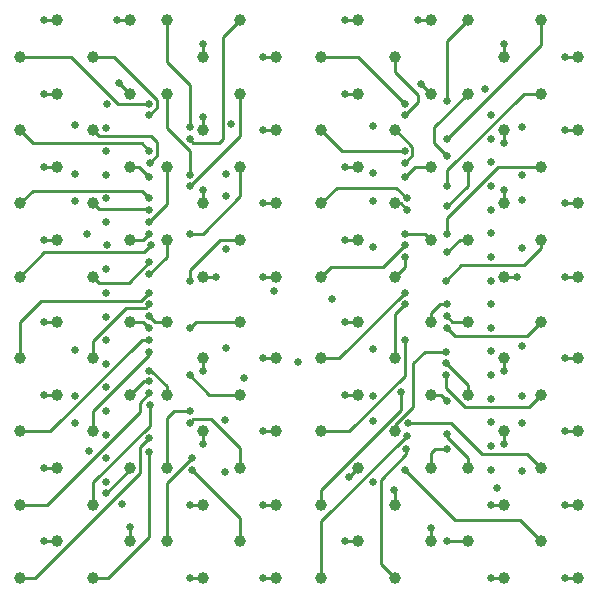
<source format=gbr>
%TF.GenerationSoftware,KiCad,Pcbnew,(5.1.9-0-10_14)*%
%TF.CreationDate,2021-05-19T13:45:08-04:00*%
%TF.ProjectId,SiPM_Board_RevC,5369504d-5f42-46f6-9172-645f52657643,rev?*%
%TF.SameCoordinates,Original*%
%TF.FileFunction,Copper,L1,Top*%
%TF.FilePolarity,Positive*%
%FSLAX46Y46*%
G04 Gerber Fmt 4.6, Leading zero omitted, Abs format (unit mm)*
G04 Created by KiCad (PCBNEW (5.1.9-0-10_14)) date 2021-05-19 13:45:08*
%MOMM*%
%LPD*%
G01*
G04 APERTURE LIST*
%TA.AperFunction,SMDPad,CuDef*%
%ADD10C,1.000000*%
%TD*%
%TA.AperFunction,ViaPad*%
%ADD11C,0.635000*%
%TD*%
%TA.AperFunction,Conductor*%
%ADD12C,0.294640*%
%TD*%
G04 APERTURE END LIST*
D10*
%TO.P,U4,A4*%
%TO.N,Net-(J2-Pad59)*%
X151950000Y-85750000D03*
%TO.P,U4,A2*%
%TO.N,Net-(J2-Pad67)*%
X151950000Y-79550000D03*
%TO.P,U4,B3*%
%TO.N,/BIAS3*%
X155050000Y-82650000D03*
%TO.P,U4,B1*%
X155050000Y-76450000D03*
%TO.P,U4,C4*%
%TO.N,Net-(J2-Pad57)*%
X158150000Y-85750000D03*
%TO.P,U4,D3*%
%TO.N,/BIAS3*%
X161250000Y-82650000D03*
%TO.P,U4,C2*%
%TO.N,Net-(J2-Pad65)*%
X158150000Y-79550000D03*
%TO.P,U4,D1*%
%TO.N,/BIAS3*%
X161250000Y-76450000D03*
%TO.P,U4,H2*%
X173650000Y-79550000D03*
%TO.P,U4,G1*%
%TO.N,Net-(J2-Pad61)*%
X170550000Y-76450000D03*
%TO.P,U4,F2*%
%TO.N,/BIAS3*%
X167450000Y-79550000D03*
%TO.P,U4,E1*%
%TO.N,Net-(J2-Pad63)*%
X164350000Y-76450000D03*
%TO.P,U4,H4*%
%TO.N,/BIAS3*%
X173650000Y-85750000D03*
%TO.P,U4,G3*%
%TO.N,Net-(J2-Pad53)*%
X170550000Y-82650000D03*
%TO.P,U4,F4*%
%TO.N,/BIAS3*%
X167450000Y-85750000D03*
%TO.P,U4,E3*%
%TO.N,Net-(J2-Pad55)*%
X164350000Y-82650000D03*
%TO.P,U4,F8*%
%TO.N,/BIAS3*%
X167450000Y-98150000D03*
%TO.P,U4,H8*%
X173650000Y-98150000D03*
%TO.P,U4,G7*%
%TO.N,Net-(J2-Pad37)*%
X170550000Y-95050000D03*
%TO.P,U4,E7*%
%TO.N,Net-(J2-Pad39)*%
X164350000Y-95050000D03*
%TO.P,U4,H6*%
%TO.N,/BIAS3*%
X173650000Y-91950000D03*
%TO.P,U4,G5*%
%TO.N,Net-(J2-Pad45)*%
X170550000Y-88850000D03*
%TO.P,U4,F6*%
%TO.N,/BIAS3*%
X167450000Y-91950000D03*
%TO.P,U4,E5*%
%TO.N,Net-(J2-Pad47)*%
X164350000Y-88850000D03*
%TO.P,U4,A8*%
%TO.N,Net-(J2-Pad43)*%
X151950000Y-98150000D03*
%TO.P,U4,A6*%
%TO.N,Net-(J2-Pad51)*%
X151950000Y-91950000D03*
%TO.P,U4,B5*%
%TO.N,/BIAS3*%
X155050000Y-88850000D03*
%TO.P,U4,C8*%
%TO.N,Net-(J2-Pad41)*%
X158150000Y-98150000D03*
%TO.P,U4,B7*%
%TO.N,/BIAS3*%
X155050000Y-95050000D03*
%TO.P,U4,D7*%
X161250000Y-95050000D03*
%TO.P,U4,C6*%
%TO.N,Net-(J2-Pad49)*%
X158150000Y-91950000D03*
%TO.P,U4,D5*%
%TO.N,/BIAS3*%
X161250000Y-88850000D03*
%TD*%
%TO.P,U5,D5*%
%TO.N,/BIAS4*%
X161250000Y-114350000D03*
%TO.P,U5,C6*%
%TO.N,Net-(J2-Pad17)*%
X158150000Y-117450000D03*
%TO.P,U5,D7*%
%TO.N,/BIAS4*%
X161250000Y-120550000D03*
%TO.P,U5,B7*%
X155050000Y-120550000D03*
%TO.P,U5,C8*%
%TO.N,Net-(J2-Pad9)*%
X158150000Y-123650000D03*
%TO.P,U5,B5*%
%TO.N,/BIAS4*%
X155050000Y-114350000D03*
%TO.P,U5,A6*%
%TO.N,Net-(J2-Pad19)*%
X151950000Y-117450000D03*
%TO.P,U5,A8*%
%TO.N,Net-(J2-Pad11)*%
X151950000Y-123650000D03*
%TO.P,U5,E5*%
%TO.N,Net-(J2-Pad15)*%
X164350000Y-114350000D03*
%TO.P,U5,F6*%
%TO.N,/BIAS4*%
X167450000Y-117450000D03*
%TO.P,U5,G5*%
%TO.N,Net-(J2-Pad13)*%
X170550000Y-114350000D03*
%TO.P,U5,H6*%
%TO.N,/BIAS4*%
X173650000Y-117450000D03*
%TO.P,U5,E7*%
%TO.N,Net-(J2-Pad7)*%
X164350000Y-120550000D03*
%TO.P,U5,G7*%
%TO.N,Net-(J2-Pad5)*%
X170550000Y-120550000D03*
%TO.P,U5,H8*%
%TO.N,/BIAS4*%
X173650000Y-123650000D03*
%TO.P,U5,F8*%
X167450000Y-123650000D03*
%TO.P,U5,E3*%
%TO.N,Net-(J2-Pad23)*%
X164350000Y-108150000D03*
%TO.P,U5,F4*%
%TO.N,/BIAS4*%
X167450000Y-111250000D03*
%TO.P,U5,G3*%
%TO.N,Net-(J2-Pad21)*%
X170550000Y-108150000D03*
%TO.P,U5,H4*%
%TO.N,/BIAS4*%
X173650000Y-111250000D03*
%TO.P,U5,E1*%
%TO.N,Net-(J2-Pad31)*%
X164350000Y-101950000D03*
%TO.P,U5,F2*%
%TO.N,/BIAS4*%
X167450000Y-105050000D03*
%TO.P,U5,G1*%
%TO.N,Net-(J2-Pad29)*%
X170550000Y-101950000D03*
%TO.P,U5,H2*%
%TO.N,/BIAS4*%
X173650000Y-105050000D03*
%TO.P,U5,D1*%
X161250000Y-101950000D03*
%TO.P,U5,C2*%
%TO.N,Net-(J2-Pad33)*%
X158150000Y-105050000D03*
%TO.P,U5,D3*%
%TO.N,/BIAS4*%
X161250000Y-108150000D03*
%TO.P,U5,C4*%
%TO.N,Net-(J2-Pad25)*%
X158150000Y-111250000D03*
%TO.P,U5,B1*%
%TO.N,/BIAS4*%
X155050000Y-101950000D03*
%TO.P,U5,B3*%
X155050000Y-108150000D03*
%TO.P,U5,A2*%
%TO.N,Net-(J2-Pad35)*%
X151950000Y-105050000D03*
%TO.P,U5,A4*%
%TO.N,Net-(J2-Pad27)*%
X151950000Y-111250000D03*
%TD*%
%TO.P,U2,A4*%
%TO.N,Net-(J1-Pad9)*%
X126450000Y-85750000D03*
%TO.P,U2,A2*%
%TO.N,Net-(J1-Pad1)*%
X126450000Y-79550000D03*
%TO.P,U2,B3*%
%TO.N,/BIAS1*%
X129550000Y-82650000D03*
%TO.P,U2,B1*%
X129550000Y-76450000D03*
%TO.P,U2,C4*%
%TO.N,Net-(J1-Pad11)*%
X132650000Y-85750000D03*
%TO.P,U2,D3*%
%TO.N,/BIAS1*%
X135750000Y-82650000D03*
%TO.P,U2,C2*%
%TO.N,Net-(J1-Pad3)*%
X132650000Y-79550000D03*
%TO.P,U2,D1*%
%TO.N,/BIAS1*%
X135750000Y-76450000D03*
%TO.P,U2,H2*%
X148150000Y-79550000D03*
%TO.P,U2,G1*%
%TO.N,Net-(J1-Pad7)*%
X145050000Y-76450000D03*
%TO.P,U2,F2*%
%TO.N,/BIAS1*%
X141950000Y-79550000D03*
%TO.P,U2,E1*%
%TO.N,Net-(J1-Pad5)*%
X138850000Y-76450000D03*
%TO.P,U2,H4*%
%TO.N,/BIAS1*%
X148150000Y-85750000D03*
%TO.P,U2,G3*%
%TO.N,Net-(J1-Pad15)*%
X145050000Y-82650000D03*
%TO.P,U2,F4*%
%TO.N,/BIAS1*%
X141950000Y-85750000D03*
%TO.P,U2,E3*%
%TO.N,Net-(J1-Pad13)*%
X138850000Y-82650000D03*
%TO.P,U2,F8*%
%TO.N,/BIAS1*%
X141950000Y-98150000D03*
%TO.P,U2,H8*%
X148150000Y-98150000D03*
%TO.P,U2,G7*%
%TO.N,Net-(J1-Pad31)*%
X145050000Y-95050000D03*
%TO.P,U2,E7*%
%TO.N,Net-(J1-Pad29)*%
X138850000Y-95050000D03*
%TO.P,U2,H6*%
%TO.N,/BIAS1*%
X148150000Y-91950000D03*
%TO.P,U2,G5*%
%TO.N,Net-(J1-Pad23)*%
X145050000Y-88850000D03*
%TO.P,U2,F6*%
%TO.N,/BIAS1*%
X141950000Y-91950000D03*
%TO.P,U2,E5*%
%TO.N,Net-(J1-Pad21)*%
X138850000Y-88850000D03*
%TO.P,U2,A8*%
%TO.N,Net-(J1-Pad25)*%
X126450000Y-98150000D03*
%TO.P,U2,A6*%
%TO.N,Net-(J1-Pad17)*%
X126450000Y-91950000D03*
%TO.P,U2,B5*%
%TO.N,/BIAS1*%
X129550000Y-88850000D03*
%TO.P,U2,C8*%
%TO.N,Net-(J1-Pad27)*%
X132650000Y-98150000D03*
%TO.P,U2,B7*%
%TO.N,/BIAS1*%
X129550000Y-95050000D03*
%TO.P,U2,D7*%
X135750000Y-95050000D03*
%TO.P,U2,C6*%
%TO.N,Net-(J1-Pad19)*%
X132650000Y-91950000D03*
%TO.P,U2,D5*%
%TO.N,/BIAS1*%
X135750000Y-88850000D03*
%TD*%
%TO.P,U3,D5*%
%TO.N,/BIAS2*%
X135750000Y-114350000D03*
%TO.P,U3,C6*%
%TO.N,Net-(J1-Pad51)*%
X132650000Y-117450000D03*
%TO.P,U3,D7*%
%TO.N,/BIAS2*%
X135750000Y-120550000D03*
%TO.P,U3,B7*%
X129550000Y-120550000D03*
%TO.P,U3,C8*%
%TO.N,Net-(J1-Pad59)*%
X132650000Y-123650000D03*
%TO.P,U3,B5*%
%TO.N,/BIAS2*%
X129550000Y-114350000D03*
%TO.P,U3,A6*%
%TO.N,Net-(J1-Pad49)*%
X126450000Y-117450000D03*
%TO.P,U3,A8*%
%TO.N,Net-(J1-Pad57)*%
X126450000Y-123650000D03*
%TO.P,U3,E5*%
%TO.N,Net-(J1-Pad53)*%
X138850000Y-114350000D03*
%TO.P,U3,F6*%
%TO.N,/BIAS2*%
X141950000Y-117450000D03*
%TO.P,U3,G5*%
%TO.N,Net-(J1-Pad55)*%
X145050000Y-114350000D03*
%TO.P,U3,H6*%
%TO.N,/BIAS2*%
X148150000Y-117450000D03*
%TO.P,U3,E7*%
%TO.N,Net-(J1-Pad61)*%
X138850000Y-120550000D03*
%TO.P,U3,G7*%
%TO.N,Net-(J1-Pad63)*%
X145050000Y-120550000D03*
%TO.P,U3,H8*%
%TO.N,/BIAS2*%
X148150000Y-123650000D03*
%TO.P,U3,F8*%
X141950000Y-123650000D03*
%TO.P,U3,E3*%
%TO.N,Net-(J1-Pad45)*%
X138850000Y-108150000D03*
%TO.P,U3,F4*%
%TO.N,/BIAS2*%
X141950000Y-111250000D03*
%TO.P,U3,G3*%
%TO.N,Net-(J1-Pad47)*%
X145050000Y-108150000D03*
%TO.P,U3,H4*%
%TO.N,/BIAS2*%
X148150000Y-111250000D03*
%TO.P,U3,E1*%
%TO.N,Net-(J1-Pad37)*%
X138850000Y-101950000D03*
%TO.P,U3,F2*%
%TO.N,/BIAS2*%
X141950000Y-105050000D03*
%TO.P,U3,G1*%
%TO.N,Net-(J1-Pad39)*%
X145050000Y-101950000D03*
%TO.P,U3,H2*%
%TO.N,/BIAS2*%
X148150000Y-105050000D03*
%TO.P,U3,D1*%
X135750000Y-101950000D03*
%TO.P,U3,C2*%
%TO.N,Net-(J1-Pad35)*%
X132650000Y-105050000D03*
%TO.P,U3,D3*%
%TO.N,/BIAS2*%
X135750000Y-108150000D03*
%TO.P,U3,C4*%
%TO.N,Net-(J1-Pad43)*%
X132650000Y-111250000D03*
%TO.P,U3,B1*%
%TO.N,/BIAS2*%
X129550000Y-101950000D03*
%TO.P,U3,B3*%
X129550000Y-108150000D03*
%TO.P,U3,A2*%
%TO.N,Net-(J1-Pad33)*%
X126450000Y-105050000D03*
%TO.P,U3,A4*%
%TO.N,Net-(J1-Pad41)*%
X126450000Y-111250000D03*
%TD*%
D11*
%TO.N,GND*%
X133707308Y-111522692D03*
X133707308Y-103522692D03*
X133707308Y-101522692D03*
X133707308Y-87522692D03*
X133707308Y-115522692D03*
X133707308Y-113522692D03*
X133707308Y-107522692D03*
X133707308Y-105522692D03*
X133707308Y-109522692D03*
X133827308Y-95432692D03*
X133707308Y-85522692D03*
X133707308Y-93522692D03*
X133707308Y-91522692D03*
X133707308Y-89522692D03*
X133707308Y-99522692D03*
X133707308Y-97522692D03*
X152860000Y-100000000D03*
X150000000Y-105400000D03*
X147935320Y-99344680D03*
X131060000Y-89460000D03*
X132152500Y-94552500D03*
X143870000Y-89430000D03*
X143870000Y-95770000D03*
X132300000Y-112900000D03*
X131060000Y-108240000D03*
X145400000Y-106700000D03*
X143820000Y-114680000D03*
X156347500Y-95652500D03*
X156310000Y-89390000D03*
X168940000Y-95740000D03*
X156310000Y-108290000D03*
X168940000Y-114640000D03*
X166292692Y-84477308D03*
X166292692Y-86477308D03*
X166292692Y-88477308D03*
X166292692Y-90477308D03*
X166292692Y-92477308D03*
X166292692Y-94477308D03*
X166292692Y-96477308D03*
X166292692Y-98477308D03*
X168940000Y-89560000D03*
X166292692Y-100477308D03*
X166292692Y-102477308D03*
X166292692Y-104477308D03*
X166292692Y-106477308D03*
X166292692Y-108477308D03*
X166292692Y-110477308D03*
X166292692Y-112477308D03*
X166292692Y-114477308D03*
X156310000Y-115500000D03*
X168940000Y-108260000D03*
%TO.N,/BIAS1*%
X133762700Y-83502700D03*
X128450000Y-76450000D03*
X128450000Y-82650000D03*
X128450000Y-88850000D03*
X128450000Y-95050000D03*
X134650000Y-76450000D03*
X134850000Y-81750000D03*
X137400000Y-89700000D03*
X137400000Y-94500000D03*
X141950000Y-78450000D03*
X141950000Y-84650000D03*
X141950000Y-90850000D03*
X143050000Y-98150000D03*
X147050000Y-79550000D03*
X147050000Y-85750000D03*
X147050000Y-91950000D03*
X147050000Y-98150000D03*
X131060000Y-85340000D03*
X131060000Y-91760000D03*
X144300000Y-85200000D03*
X143870000Y-91300000D03*
%TO.N,/BIAS2*%
X133757366Y-116502634D03*
X128450000Y-101950000D03*
X128450000Y-108150000D03*
X128450000Y-120550000D03*
X128450000Y-114350000D03*
X137400000Y-102500000D03*
X137400000Y-107000000D03*
X135750000Y-119350000D03*
X135100000Y-117400000D03*
X141950000Y-106150000D03*
X141950000Y-112350000D03*
X140850000Y-117450000D03*
X140850000Y-123650000D03*
X147050000Y-123650000D03*
X147050000Y-117450000D03*
X147050000Y-111250000D03*
X147050000Y-105050000D03*
X131060000Y-110540000D03*
X131060000Y-104360000D03*
X143870000Y-104230000D03*
X143820000Y-110320000D03*
%TO.N,Net-(J1-Pad63)*%
X141000000Y-114500000D03*
%TO.N,Net-(J1-Pad61)*%
X141000000Y-113500000D03*
%TO.N,Net-(J1-Pad59)*%
X137400000Y-113000000D03*
%TO.N,Net-(J1-Pad57)*%
X137400000Y-111800000D03*
%TO.N,Net-(J1-Pad55)*%
X140800000Y-110500000D03*
%TO.N,Net-(J1-Pad53)*%
X140800000Y-109500000D03*
%TO.N,Net-(J1-Pad51)*%
X137402650Y-109002650D03*
%TO.N,Net-(J1-Pad49)*%
X137400000Y-108000000D03*
%TO.N,Net-(J1-Pad47)*%
X140800000Y-106500000D03*
%TO.N,Net-(J1-Pad45)*%
X137400000Y-106100000D03*
%TO.N,Net-(J1-Pad43)*%
X137400000Y-104500000D03*
%TO.N,Net-(J1-Pad41)*%
X137400000Y-103500000D03*
%TO.N,Net-(J1-Pad39)*%
X140800000Y-102500000D03*
%TO.N,Net-(J1-Pad37)*%
X137400000Y-101500000D03*
%TO.N,Net-(J1-Pad35)*%
X137400000Y-100500000D03*
%TO.N,Net-(J1-Pad33)*%
X137400000Y-99500000D03*
%TO.N,Net-(J1-Pad31)*%
X140800000Y-98500000D03*
%TO.N,Net-(J1-Pad29)*%
X137400000Y-97900000D03*
%TO.N,Net-(J1-Pad27)*%
X137400000Y-96900000D03*
%TO.N,Net-(J1-Pad25)*%
X137497324Y-95502676D03*
%TO.N,Net-(J1-Pad23)*%
X140800000Y-94500000D03*
%TO.N,Net-(J1-Pad21)*%
X137400000Y-93500000D03*
%TO.N,Net-(J1-Pad19)*%
X137400000Y-92500000D03*
%TO.N,Net-(J1-Pad17)*%
X137400000Y-91500000D03*
%TO.N,Net-(J1-Pad15)*%
X140800000Y-90500000D03*
%TO.N,Net-(J1-Pad13)*%
X140800000Y-89500000D03*
%TO.N,Net-(J1-Pad11)*%
X137402690Y-88502690D03*
%TO.N,Net-(J1-Pad9)*%
X137400000Y-87500000D03*
%TO.N,Net-(J1-Pad7)*%
X140800000Y-86500000D03*
%TO.N,Net-(J1-Pad5)*%
X140800000Y-85500000D03*
%TO.N,Net-(J1-Pad3)*%
X137400000Y-84500000D03*
%TO.N,Net-(J1-Pad1)*%
X137400000Y-83500000D03*
%TO.N,Net-(J2-Pad65)*%
X159000000Y-84500000D03*
%TO.N,Net-(J2-Pad63)*%
X162600000Y-83300000D03*
%TO.N,Net-(J2-Pad61)*%
X162600000Y-86483936D03*
%TO.N,Net-(J2-Pad59)*%
X159000000Y-87500000D03*
%TO.N,Net-(J2-Pad57)*%
X159000000Y-88500000D03*
%TO.N,Net-(J2-Pad55)*%
X162600000Y-87900000D03*
%TO.N,Net-(J2-Pad53)*%
X162600000Y-90500000D03*
%TO.N,Net-(J2-Pad51)*%
X159202650Y-91497350D03*
%TO.N,Net-(J2-Pad49)*%
X159202652Y-92497348D03*
%TO.N,Net-(J2-Pad47)*%
X162600000Y-92200000D03*
%TO.N,Net-(J2-Pad45)*%
X162600000Y-94500000D03*
%TO.N,Net-(J2-Pad43)*%
X159000000Y-95500000D03*
%TO.N,Net-(J2-Pad41)*%
X159002660Y-96497340D03*
%TO.N,Net-(J2-Pad39)*%
X162600000Y-96100000D03*
%TO.N,Net-(J2-Pad37)*%
X162497336Y-98497336D03*
%TO.N,Net-(J2-Pad35)*%
X159002666Y-99497334D03*
%TO.N,Net-(J2-Pad33)*%
X159002668Y-100497332D03*
%TO.N,Net-(J2-Pad31)*%
X162600000Y-101500000D03*
%TO.N,Net-(J2-Pad29)*%
X162600000Y-102500000D03*
%TO.N,Net-(J2-Pad27)*%
X159002674Y-103497326D03*
%TO.N,Net-(J2-Pad25)*%
X162500000Y-104500000D03*
%TO.N,Net-(J2-Pad23)*%
X162500000Y-105500000D03*
%TO.N,Net-(J2-Pad21)*%
X162497320Y-106497320D03*
%TO.N,Net-(J2-Pad19)*%
X158700000Y-107900000D03*
%TO.N,Net-(J2-Pad17)*%
X158100000Y-116200000D03*
%TO.N,Net-(J2-Pad15)*%
X162600000Y-111500000D03*
%TO.N,Net-(J2-Pad13)*%
X159302688Y-110497312D03*
%TO.N,Net-(J2-Pad11)*%
X159200000Y-111600000D03*
%TO.N,Net-(J2-Pad9)*%
X159100000Y-112700000D03*
%TO.N,Net-(J2-Pad7)*%
X162600000Y-120500000D03*
%TO.N,Net-(J2-Pad5)*%
X159000000Y-114500000D03*
%TO.N,/BIAS3*%
X153950000Y-76450000D03*
X153950000Y-82650000D03*
X153950000Y-88850000D03*
X160150000Y-76450000D03*
X160400000Y-81800000D03*
X167450000Y-78450000D03*
X168550000Y-98150000D03*
X172550000Y-79550000D03*
X172550000Y-85750000D03*
X172550000Y-91950000D03*
X172550000Y-98150000D03*
X156310000Y-91710000D03*
X156310000Y-85410000D03*
X168940000Y-91660000D03*
X153950000Y-95050000D03*
X167450000Y-90850000D03*
X167450000Y-86850000D03*
X159000000Y-89700000D03*
X159000000Y-94500000D03*
X168940000Y-85460000D03*
X165800000Y-82300000D03*
%TO.N,/BIAS4*%
X153950000Y-101950000D03*
X153950000Y-108150000D03*
X153950000Y-120550000D03*
X161250000Y-119450000D03*
X167450000Y-106150000D03*
X167450000Y-112350000D03*
X166350000Y-117450000D03*
X166350000Y-123650000D03*
X172550000Y-123650000D03*
X172550000Y-117450000D03*
X172550000Y-111250000D03*
X172550000Y-105050000D03*
X156310000Y-104310000D03*
X168940000Y-110540000D03*
X168940000Y-104060000D03*
X154300000Y-115100000D03*
X162600000Y-100500000D03*
X162600000Y-108700000D03*
X162600000Y-112700000D03*
X166800000Y-116000000D03*
X156310000Y-110410000D03*
%TO.N,Net-(J2-Pad67)*%
X159000000Y-83500000D03*
%TD*%
D12*
%TO.N,/BIAS1*%
X129550000Y-76450000D02*
X128450000Y-76450000D01*
X128450000Y-76450000D02*
X128450000Y-76450000D01*
X128450000Y-82650000D02*
X128450000Y-82650000D01*
X129550000Y-82650000D02*
X128450000Y-82650000D01*
X129550000Y-88850000D02*
X128450000Y-88850000D01*
X128450000Y-88850000D02*
X128450000Y-88850000D01*
X128450000Y-95050000D02*
X128450000Y-95050000D01*
X129550000Y-95050000D02*
X128450000Y-95050000D01*
X135750000Y-76450000D02*
X134650000Y-76450000D01*
X134650000Y-76450000D02*
X134650000Y-76450000D01*
X135750000Y-82650000D02*
X134850000Y-81750000D01*
X135750000Y-88850000D02*
X136550000Y-88850000D01*
X136550000Y-88850000D02*
X137400000Y-89700000D01*
X137400000Y-89700000D02*
X137400000Y-89700000D01*
X135750000Y-95050000D02*
X136850000Y-95050000D01*
X136850000Y-95050000D02*
X137400000Y-94500000D01*
X137400000Y-94500000D02*
X137400000Y-94500000D01*
X141950000Y-79550000D02*
X141950000Y-78450000D01*
X141950000Y-78450000D02*
X141950000Y-78450000D01*
X141950000Y-85750000D02*
X141950000Y-84650000D01*
X141950000Y-84650000D02*
X141950000Y-84650000D01*
X141950000Y-90850000D02*
X141950000Y-90850000D01*
X141950000Y-91950000D02*
X141950000Y-90850000D01*
X141950000Y-98150000D02*
X143050000Y-98150000D01*
X143050000Y-98150000D02*
X143050000Y-98150000D01*
X148150000Y-79550000D02*
X147050000Y-79550000D01*
X147050000Y-79550000D02*
X147050000Y-79550000D01*
X148150000Y-85750000D02*
X147050000Y-85750000D01*
X147050000Y-85750000D02*
X147050000Y-85750000D01*
X147050000Y-91950000D02*
X147050000Y-91950000D01*
X148150000Y-91950000D02*
X147050000Y-91950000D01*
X147050000Y-98150000D02*
X147050000Y-98150000D01*
X148150000Y-98150000D02*
X147050000Y-98150000D01*
%TO.N,/BIAS2*%
X129550000Y-101950000D02*
X128450000Y-101950000D01*
X128450000Y-101950000D02*
X128450000Y-101950000D01*
X129550000Y-108150000D02*
X128450000Y-108150000D01*
X128450000Y-108150000D02*
X128450000Y-108150000D01*
X128450000Y-114350000D02*
X128450000Y-114350000D01*
X128450000Y-120550000D02*
X128450000Y-120550000D01*
X129550000Y-120550000D02*
X128450000Y-120550000D01*
X129550000Y-114350000D02*
X128450000Y-114350000D01*
X135750000Y-101950000D02*
X136850000Y-101950000D01*
X136850000Y-101950000D02*
X137400000Y-102500000D01*
X137400000Y-102500000D02*
X137400000Y-102500000D01*
X135750000Y-108150000D02*
X136900000Y-107000000D01*
X136900000Y-107000000D02*
X137400000Y-107000000D01*
X137400000Y-107000000D02*
X137400000Y-107000000D01*
X135750000Y-114510000D02*
X133757366Y-116502634D01*
X135750000Y-114350000D02*
X135750000Y-114510000D01*
X135750000Y-120550000D02*
X135750000Y-119350000D01*
X135750000Y-119350000D02*
X135750000Y-119350000D01*
X141950000Y-105050000D02*
X141950000Y-106150000D01*
X141950000Y-106150000D02*
X141950000Y-106150000D01*
X141950000Y-111250000D02*
X141950000Y-112350000D01*
X141950000Y-112350000D02*
X141950000Y-112350000D01*
X141950000Y-117450000D02*
X140850000Y-117450000D01*
X140850000Y-117450000D02*
X140850000Y-117450000D01*
X140850000Y-123650000D02*
X140850000Y-123650000D01*
X141950000Y-123650000D02*
X140850000Y-123650000D01*
X148150000Y-123650000D02*
X147050000Y-123650000D01*
X147050000Y-123650000D02*
X147050000Y-123650000D01*
X148150000Y-117450000D02*
X147050000Y-117450000D01*
X147050000Y-117450000D02*
X147050000Y-117450000D01*
X147050000Y-111250000D02*
X147050000Y-111250000D01*
X148150000Y-111250000D02*
X147050000Y-111250000D01*
X147050000Y-105050000D02*
X147050000Y-105050000D01*
X148150000Y-105050000D02*
X147050000Y-105050000D01*
%TO.N,Net-(J1-Pad63)*%
X145050000Y-118550000D02*
X141000000Y-114500000D01*
X145050000Y-120550000D02*
X145050000Y-118550000D01*
%TO.N,Net-(J1-Pad61)*%
X138850000Y-115650000D02*
X141000000Y-113500000D01*
X138850000Y-120550000D02*
X138850000Y-115650000D01*
%TO.N,Net-(J1-Pad59)*%
X133904036Y-123650000D02*
X137400000Y-120154036D01*
X132650000Y-123650000D02*
X133904036Y-123650000D01*
X137400000Y-120154036D02*
X137400000Y-113000000D01*
X137400000Y-113000000D02*
X137400000Y-113000000D01*
%TO.N,Net-(J1-Pad57)*%
X127704036Y-123650000D02*
X136600000Y-114754036D01*
X126450000Y-123650000D02*
X127704036Y-123650000D01*
X136600000Y-112600000D02*
X137400000Y-111800000D01*
X136600000Y-114754036D02*
X136600000Y-112600000D01*
%TO.N,Net-(J1-Pad55)*%
X145050000Y-114350000D02*
X145050000Y-112650000D01*
X141117499Y-110182501D02*
X140800000Y-110500000D01*
X142582501Y-110182501D02*
X141117499Y-110182501D01*
X145050000Y-112650000D02*
X142582501Y-110182501D01*
%TO.N,Net-(J1-Pad53)*%
X138850000Y-114350000D02*
X138850000Y-110150000D01*
X138850000Y-110150000D02*
X139500000Y-109500000D01*
X139500000Y-109500000D02*
X140800000Y-109500000D01*
X140800000Y-109500000D02*
X140800000Y-109500000D01*
%TO.N,Net-(J1-Pad51)*%
X132650000Y-115563936D02*
X132650000Y-117450000D01*
X137402650Y-109002650D02*
X137402650Y-110811286D01*
X137402650Y-110811286D02*
X132650000Y-115563936D01*
%TO.N,Net-(J1-Pad49)*%
X128763936Y-117450000D02*
X126450000Y-117450000D01*
X136600000Y-109613936D02*
X128763936Y-117450000D01*
X136600000Y-108821364D02*
X137400000Y-108021364D01*
X136600000Y-109000000D02*
X136600000Y-108821364D01*
X137400000Y-108021364D02*
X137400000Y-108000000D01*
X136600000Y-109000000D02*
X136600000Y-109613936D01*
%TO.N,Net-(J1-Pad47)*%
X145050000Y-108150000D02*
X142450000Y-108150000D01*
X142450000Y-108150000D02*
X140800000Y-106500000D01*
X140800000Y-106500000D02*
X140800000Y-106500000D01*
%TO.N,Net-(J1-Pad45)*%
X137507106Y-106100000D02*
X137400000Y-106100000D01*
X138850000Y-107442894D02*
X137507106Y-106100000D01*
X138850000Y-108150000D02*
X138850000Y-107442894D01*
%TO.N,Net-(J1-Pad43)*%
X132650000Y-109563936D02*
X137400000Y-104813936D01*
X132650000Y-111250000D02*
X132650000Y-109563936D01*
X137400000Y-104813936D02*
X137400000Y-104500000D01*
X137400000Y-104500000D02*
X137400000Y-104500000D01*
%TO.N,Net-(J1-Pad41)*%
X128996064Y-111250000D02*
X136746064Y-103500000D01*
X126450000Y-111250000D02*
X128996064Y-111250000D01*
X136746064Y-103500000D02*
X137400000Y-103500000D01*
X137400000Y-103500000D02*
X137400000Y-103500000D01*
%TO.N,Net-(J1-Pad39)*%
X141350000Y-101950000D02*
X140800000Y-102500000D01*
X145050000Y-101950000D02*
X141350000Y-101950000D01*
%TO.N,Net-(J1-Pad37)*%
X137850000Y-101950000D02*
X137400000Y-101500000D01*
X138850000Y-101950000D02*
X137850000Y-101950000D01*
%TO.N,Net-(J1-Pad35)*%
X135428565Y-100817499D02*
X137082501Y-100817499D01*
X132650000Y-103596064D02*
X135428565Y-100817499D01*
X137082501Y-100817499D02*
X137400000Y-100500000D01*
X132650000Y-105050000D02*
X132650000Y-103596064D01*
%TO.N,Net-(J1-Pad33)*%
X126450000Y-105050000D02*
X126450000Y-101950000D01*
X128212487Y-100187513D02*
X136712487Y-100187513D01*
X136712487Y-100187513D02*
X137400000Y-99500000D01*
X126450000Y-101950000D02*
X128212487Y-100187513D01*
%TO.N,Net-(J1-Pad31)*%
X145050000Y-95050000D02*
X143350000Y-95050000D01*
X143350000Y-95050000D02*
X140800000Y-97600000D01*
X140800000Y-97600000D02*
X140800000Y-98500000D01*
X140800000Y-98500000D02*
X140800000Y-98500000D01*
%TO.N,Net-(J1-Pad29)*%
X138850000Y-96450000D02*
X137400000Y-97900000D01*
X138850000Y-95050000D02*
X138850000Y-96450000D01*
%TO.N,Net-(J1-Pad27)*%
X135650001Y-98649999D02*
X137400000Y-96900000D01*
X133149999Y-98649999D02*
X135650001Y-98649999D01*
X132650000Y-98150000D02*
X133149999Y-98649999D01*
%TO.N,Net-(J1-Pad25)*%
X136902487Y-96097513D02*
X137497324Y-95502676D01*
X128502487Y-96097513D02*
X136902487Y-96097513D01*
X126450000Y-98150000D02*
X128502487Y-96097513D01*
%TO.N,Net-(J1-Pad23)*%
X145050000Y-88850000D02*
X145050000Y-91350000D01*
X145050000Y-91350000D02*
X141900000Y-94500000D01*
X141900000Y-94500000D02*
X140800000Y-94500000D01*
X140800000Y-94500000D02*
X140800000Y-94500000D01*
%TO.N,Net-(J1-Pad21)*%
X138850000Y-92033936D02*
X137400000Y-93500000D01*
X138850000Y-88850000D02*
X138850000Y-92033936D01*
X137400000Y-93500000D02*
X137400000Y-93483936D01*
%TO.N,Net-(J1-Pad19)*%
X137400000Y-92500000D02*
X137400000Y-92500000D01*
X137349999Y-92449999D02*
X137400000Y-92500000D01*
X133149999Y-92449999D02*
X137349999Y-92449999D01*
X132650000Y-91950000D02*
X133149999Y-92449999D01*
%TO.N,Net-(J1-Pad17)*%
X136757871Y-90857871D02*
X137400000Y-91500000D01*
X137400000Y-91500000D02*
X137400000Y-91500000D01*
X127542129Y-90857871D02*
X127942129Y-90857871D01*
X126450000Y-91950000D02*
X127542129Y-90857871D01*
X127942129Y-90857871D02*
X136757871Y-90857871D01*
%TO.N,Net-(J1-Pad15)*%
X140800000Y-90500000D02*
X140800000Y-90500000D01*
X145050000Y-86250000D02*
X140800000Y-90500000D01*
X145050000Y-82650000D02*
X145050000Y-86250000D01*
%TO.N,Net-(J1-Pad13)*%
X140800000Y-89500000D02*
X140800000Y-89500000D01*
X140800000Y-87483936D02*
X140800000Y-87700000D01*
X138850000Y-85533936D02*
X140800000Y-87483936D01*
X138850000Y-82650000D02*
X138850000Y-85533936D01*
X140800000Y-87700000D02*
X140800000Y-89500000D01*
%TO.N,Net-(J1-Pad11)*%
X133149999Y-86249999D02*
X137549999Y-86249999D01*
X132650000Y-85750000D02*
X133149999Y-86249999D01*
X138064821Y-86764821D02*
X138064821Y-87840559D01*
X138064821Y-87840559D02*
X137402690Y-88502690D01*
X137549999Y-86249999D02*
X138064821Y-86764821D01*
%TO.N,Net-(J1-Pad9)*%
X136757871Y-86857871D02*
X137400000Y-87500000D01*
X127557871Y-86857871D02*
X136757871Y-86857871D01*
X126450000Y-85750000D02*
X127557871Y-86857871D01*
%TO.N,Net-(J1-Pad7)*%
X140800000Y-86500000D02*
X140800000Y-86500000D01*
X141117499Y-86817499D02*
X143282501Y-86817499D01*
X140800000Y-86500000D02*
X141117499Y-86817499D01*
X143635179Y-77864821D02*
X145050000Y-76450000D01*
X143635179Y-86464821D02*
X143635179Y-77864821D01*
X143282501Y-86817499D02*
X143635179Y-86464821D01*
%TO.N,Net-(J1-Pad5)*%
X140800000Y-85500000D02*
X140800000Y-85500000D01*
X138850000Y-76450000D02*
X138850000Y-79950000D01*
X140800000Y-81900000D02*
X140800000Y-85500000D01*
X138850000Y-79950000D02*
X140800000Y-81900000D01*
%TO.N,Net-(J1-Pad3)*%
X138064821Y-83835179D02*
X137400000Y-84500000D01*
X138064821Y-83180885D02*
X138064821Y-83835179D01*
X134433936Y-79550000D02*
X138064821Y-83180885D01*
X132650000Y-79550000D02*
X134433936Y-79550000D01*
%TO.N,Net-(J1-Pad1)*%
X137397300Y-83502700D02*
X137400000Y-83500000D01*
X130793936Y-79550000D02*
X134746636Y-83502700D01*
X134746636Y-83502700D02*
X137397300Y-83502700D01*
X126450000Y-79550000D02*
X130793936Y-79550000D01*
%TO.N,Net-(J2-Pad65)*%
X158150000Y-80804036D02*
X160100000Y-82754036D01*
X158150000Y-79550000D02*
X158150000Y-80804036D01*
X160100000Y-82754036D02*
X160100000Y-83400000D01*
X160100000Y-83400000D02*
X159000000Y-84500000D01*
X159000000Y-84500000D02*
X159000000Y-84500000D01*
%TO.N,Net-(J2-Pad63)*%
X164350000Y-76450000D02*
X162600000Y-78200000D01*
X162600000Y-78200000D02*
X162600000Y-83300000D01*
%TO.N,Net-(J2-Pad61)*%
X170550000Y-78533936D02*
X162600000Y-86483936D01*
X170550000Y-76450000D02*
X170550000Y-78533936D01*
X162600000Y-86483936D02*
X162600000Y-86483936D01*
%TO.N,Net-(J2-Pad59)*%
X151950000Y-85750000D02*
X153700000Y-87500000D01*
X153700000Y-87500000D02*
X159000000Y-87500000D01*
X159000000Y-87500000D02*
X159000000Y-87500000D01*
%TO.N,Net-(J2-Pad57)*%
X158233936Y-85750000D02*
X159664821Y-87180885D01*
X159664821Y-87180885D02*
X159664821Y-87835179D01*
X158150000Y-85750000D02*
X158233936Y-85750000D01*
X159664821Y-87835179D02*
X159000000Y-88500000D01*
X159000000Y-88500000D02*
X159000000Y-88500000D01*
%TO.N,Net-(J2-Pad55)*%
X164350000Y-82650000D02*
X161500000Y-85500000D01*
X161500000Y-86800000D02*
X162600000Y-87900000D01*
X161500000Y-85500000D02*
X161500000Y-86800000D01*
%TO.N,Net-(J2-Pad53)*%
X162600000Y-90500000D02*
X162600000Y-90500000D01*
X162600000Y-89153936D02*
X162600000Y-90500000D01*
X169103936Y-82650000D02*
X162600000Y-89153936D01*
X170550000Y-82650000D02*
X169103936Y-82650000D01*
%TO.N,Net-(J2-Pad51)*%
X151950000Y-91950000D02*
X153300000Y-90600000D01*
X158305300Y-90600000D02*
X159202650Y-91497350D01*
X153300000Y-90600000D02*
X158305300Y-90600000D01*
%TO.N,Net-(J2-Pad49)*%
X158655304Y-91950000D02*
X159202652Y-92497348D01*
X158150000Y-91950000D02*
X158655304Y-91950000D01*
%TO.N,Net-(J2-Pad47)*%
X164350000Y-88850000D02*
X164350000Y-90450000D01*
X164350000Y-90450000D02*
X162600000Y-92200000D01*
X162600000Y-92200000D02*
X162600000Y-92200000D01*
%TO.N,Net-(J2-Pad45)*%
X162600000Y-94500000D02*
X162600000Y-94500000D01*
X162600000Y-93186064D02*
X162600000Y-94500000D01*
X166936064Y-88850000D02*
X162600000Y-93186064D01*
X170550000Y-88850000D02*
X166936064Y-88850000D01*
%TO.N,Net-(J2-Pad43)*%
X152797321Y-97302679D02*
X157197321Y-97302679D01*
X151950000Y-98150000D02*
X152797321Y-97302679D01*
X157197321Y-97302679D02*
X159000000Y-95500000D01*
X159000000Y-95500000D02*
X159000000Y-95500000D01*
%TO.N,Net-(J2-Pad41)*%
X158150000Y-98150000D02*
X159000000Y-97300000D01*
X159000000Y-96500000D02*
X159002660Y-96497340D01*
X159000000Y-97300000D02*
X159000000Y-96500000D01*
%TO.N,Net-(J2-Pad39)*%
X163650000Y-95050000D02*
X162600000Y-96100000D01*
X164350000Y-95050000D02*
X163650000Y-95050000D01*
%TO.N,Net-(J2-Pad37)*%
X170550000Y-95757106D02*
X169107106Y-97200000D01*
X170550000Y-95050000D02*
X170550000Y-95757106D01*
X163794672Y-97200000D02*
X162497336Y-98497336D01*
X169107106Y-97200000D02*
X163794672Y-97200000D01*
%TO.N,Net-(J2-Pad35)*%
X153450000Y-105050000D02*
X159002666Y-99497334D01*
X151950000Y-105050000D02*
X153450000Y-105050000D01*
%TO.N,Net-(J2-Pad33)*%
X158150000Y-101350000D02*
X159002668Y-100497332D01*
X158150000Y-105050000D02*
X158150000Y-101350000D01*
%TO.N,Net-(J2-Pad31)*%
X164350000Y-101950000D02*
X163050000Y-101950000D01*
X163050000Y-101950000D02*
X162600000Y-101500000D01*
X162600000Y-101500000D02*
X162600000Y-101500000D01*
%TO.N,Net-(J2-Pad29)*%
X169357871Y-103142129D02*
X163242129Y-103142129D01*
X170550000Y-101950000D02*
X169357871Y-103142129D01*
X163242129Y-103142129D02*
X162600000Y-102500000D01*
X162600000Y-102500000D02*
X162600000Y-102500000D01*
%TO.N,Net-(J2-Pad27)*%
X159002674Y-106581262D02*
X159002674Y-103497326D01*
X154333936Y-111250000D02*
X159002674Y-106581262D01*
X151950000Y-111250000D02*
X154333936Y-111250000D01*
%TO.N,Net-(J2-Pad25)*%
X160700000Y-104500000D02*
X162500000Y-104500000D01*
X162500000Y-104500000D02*
X162500000Y-104500000D01*
X158150000Y-110695504D02*
X159700000Y-109145504D01*
X158150000Y-111250000D02*
X158150000Y-110695504D01*
X159700000Y-105500000D02*
X160700000Y-104500000D01*
X159700000Y-109145504D02*
X159700000Y-105500000D01*
%TO.N,Net-(J2-Pad23)*%
X164350000Y-108150000D02*
X164350000Y-107750000D01*
X164350000Y-107350000D02*
X162500000Y-105500000D01*
X164350000Y-108150000D02*
X164350000Y-107350000D01*
%TO.N,Net-(J2-Pad21)*%
X162497320Y-107551356D02*
X162497320Y-106497320D01*
X164088093Y-109142129D02*
X162497320Y-107551356D01*
X169557871Y-109142129D02*
X164088093Y-109142129D01*
X170550000Y-108150000D02*
X169557871Y-109142129D01*
%TO.N,Net-(J2-Pad19)*%
X158700000Y-109445964D02*
X158700000Y-107900000D01*
X151950000Y-116195964D02*
X158700000Y-109445964D01*
X151950000Y-117450000D02*
X151950000Y-116195964D01*
%TO.N,Net-(J2-Pad17)*%
X158150000Y-116250000D02*
X158100000Y-116200000D01*
X158150000Y-117450000D02*
X158150000Y-116250000D01*
%TO.N,Net-(J2-Pad15)*%
X164350000Y-114350000D02*
X164350000Y-114250000D01*
X164350000Y-113466064D02*
X162600000Y-111716064D01*
X164350000Y-114350000D02*
X164350000Y-113466064D01*
X162600000Y-111716064D02*
X162600000Y-111500000D01*
X162600000Y-111500000D02*
X162600000Y-111500000D01*
%TO.N,Net-(J2-Pad13)*%
X169342129Y-113142129D02*
X165542129Y-113142129D01*
X170550000Y-114350000D02*
X169342129Y-113142129D01*
X162897312Y-110497312D02*
X159302688Y-110497312D01*
X165542129Y-113142129D02*
X162897312Y-110497312D01*
%TO.N,Net-(J2-Pad11)*%
X151950000Y-118850000D02*
X159200000Y-111600000D01*
X151950000Y-123650000D02*
X151950000Y-118850000D01*
%TO.N,Net-(J2-Pad9)*%
X156974821Y-122474821D02*
X156974821Y-115325179D01*
X158150000Y-123650000D02*
X156974821Y-122474821D01*
X159100000Y-113200000D02*
X159100000Y-112700000D01*
X156974821Y-115325179D02*
X159100000Y-113200000D01*
%TO.N,Net-(J2-Pad7)*%
X162650000Y-120550000D02*
X162600000Y-120500000D01*
X164350000Y-120550000D02*
X162650000Y-120550000D01*
%TO.N,Net-(J2-Pad5)*%
X168785179Y-118785179D02*
X163285179Y-118785179D01*
X170550000Y-120550000D02*
X168785179Y-118785179D01*
X163285179Y-118785179D02*
X159000000Y-114500000D01*
X159000000Y-114500000D02*
X159000000Y-114500000D01*
%TO.N,/BIAS3*%
X153950000Y-76450000D02*
X153950000Y-76450000D01*
X155050000Y-76450000D02*
X153950000Y-76450000D01*
X155050000Y-82650000D02*
X153950000Y-82650000D01*
X153950000Y-82650000D02*
X153950000Y-82650000D01*
X153950000Y-88850000D02*
X153950000Y-88850000D01*
X155050000Y-88850000D02*
X153950000Y-88850000D01*
X160150000Y-76450000D02*
X160150000Y-76450000D01*
X161250000Y-76450000D02*
X160150000Y-76450000D01*
X161250000Y-82650000D02*
X160400000Y-81800000D01*
X160400000Y-81800000D02*
X160400000Y-81800000D01*
X167450000Y-79550000D02*
X167450000Y-78450000D01*
X167450000Y-78450000D02*
X167450000Y-78450000D01*
X167450000Y-98150000D02*
X168550000Y-98150000D01*
X168550000Y-98150000D02*
X168550000Y-98150000D01*
X172550000Y-79550000D02*
X172550000Y-79550000D01*
X173650000Y-79550000D02*
X172550000Y-79550000D01*
X173650000Y-85750000D02*
X172550000Y-85750000D01*
X172550000Y-85750000D02*
X172550000Y-85750000D01*
X173650000Y-91950000D02*
X172550000Y-91950000D01*
X172550000Y-91950000D02*
X172550000Y-91950000D01*
X173650000Y-98150000D02*
X172550000Y-98150000D01*
X172550000Y-98150000D02*
X172550000Y-98150000D01*
X155050000Y-95050000D02*
X153950000Y-95050000D01*
X153950000Y-95050000D02*
X153950000Y-95050000D01*
X167450000Y-90850000D02*
X167450000Y-90850000D01*
X167450000Y-91950000D02*
X167450000Y-90850000D01*
X167450000Y-86850000D02*
X167450000Y-86850000D01*
X167450000Y-85750000D02*
X167450000Y-86850000D01*
X161250000Y-88850000D02*
X159850000Y-88850000D01*
X159850000Y-88850000D02*
X159000000Y-89700000D01*
X159000000Y-89700000D02*
X159000000Y-89700000D01*
X161250000Y-95050000D02*
X160700000Y-94500000D01*
X160700000Y-94500000D02*
X159000000Y-94500000D01*
X159000000Y-94500000D02*
X159000000Y-94500000D01*
%TO.N,/BIAS4*%
X155050000Y-101950000D02*
X153950000Y-101950000D01*
X153950000Y-101950000D02*
X153950000Y-101950000D01*
X155050000Y-108150000D02*
X153950000Y-108150000D01*
X153950000Y-108150000D02*
X153950000Y-108150000D01*
X155050000Y-120550000D02*
X153950000Y-120550000D01*
X153950000Y-120550000D02*
X153950000Y-120550000D01*
X161250000Y-119450000D02*
X161250000Y-119450000D01*
X161250000Y-120550000D02*
X161250000Y-119450000D01*
X167450000Y-105050000D02*
X167450000Y-106150000D01*
X167450000Y-106150000D02*
X167450000Y-106150000D01*
X167450000Y-111250000D02*
X167450000Y-112350000D01*
X167450000Y-112350000D02*
X167450000Y-112350000D01*
X166350000Y-117450000D02*
X166350000Y-117450000D01*
X167450000Y-117450000D02*
X166350000Y-117450000D01*
X166350000Y-123650000D02*
X166350000Y-123650000D01*
X167450000Y-123650000D02*
X166350000Y-123650000D01*
X172550000Y-123650000D02*
X172550000Y-123650000D01*
X173650000Y-123650000D02*
X172550000Y-123650000D01*
X173650000Y-117450000D02*
X172550000Y-117450000D01*
X172550000Y-117450000D02*
X172550000Y-117450000D01*
X173650000Y-111250000D02*
X172550000Y-111250000D01*
X172550000Y-111250000D02*
X172550000Y-111250000D01*
X173650000Y-105050000D02*
X172550000Y-105050000D01*
X172550000Y-105050000D02*
X172550000Y-105050000D01*
X155050000Y-114350000D02*
X154300000Y-115100000D01*
X154300000Y-115100000D02*
X154300000Y-115100000D01*
X161250000Y-101242894D02*
X161992894Y-100500000D01*
X161250000Y-101950000D02*
X161250000Y-101242894D01*
X161992894Y-100500000D02*
X162600000Y-100500000D01*
X162600000Y-100500000D02*
X162600000Y-100500000D01*
X161250000Y-108150000D02*
X162050000Y-108150000D01*
X162050000Y-108150000D02*
X162600000Y-108700000D01*
X162600000Y-108700000D02*
X162600000Y-108700000D01*
X161250000Y-114350000D02*
X161250000Y-113050000D01*
X161250000Y-113050000D02*
X161600000Y-112700000D01*
X161600000Y-112700000D02*
X162600000Y-112700000D01*
X162600000Y-112700000D02*
X162600000Y-112700000D01*
%TO.N,Net-(J2-Pad67)*%
X151950000Y-79550000D02*
X155050000Y-79550000D01*
X155050000Y-79550000D02*
X159000000Y-83500000D01*
X159000000Y-83500000D02*
X159000000Y-83500000D01*
%TD*%
M02*

</source>
